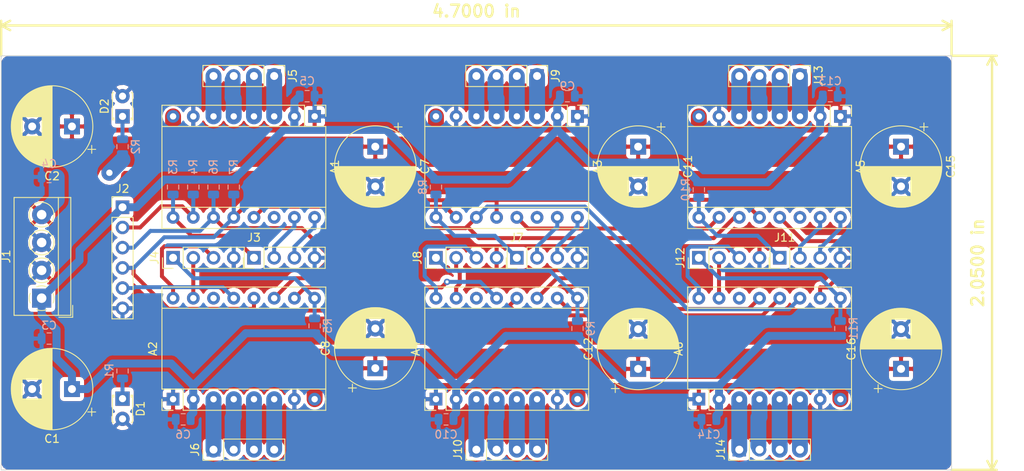
<source format=kicad_pcb>
(kicad_pcb (version 20171130) (host pcbnew "(5.0.1-3-g963ef8bb5)")
  (layers (0 F.Cu signal hide) (31 B.Cu signal hide) (34 B.Paste user hide) (35 F.Paste user hide) (36 B.SilkS user hide) (37 F.SilkS user) (38 B.Mask user hide) (39 F.Mask user) (44 Edge.Cuts user))
  (net 0 "")
  (net 1 VDD)
  (net 2 GND)
  (net 3 +12V)
  (net 4 "Net-(D2-Pad1)")
  (net 5 "Net-(D1-Pad1)")
  (net 6 "Net-(A4-Pad9)")
  (net 7 "Net-(A4-Pad10)")
  (net 8 "Net-(A4-Pad3)")
  (net 9 /SPI_SCK)
  (net 10 "Net-(A4-Pad4)")
  (net 11 /SPI_CS)
  (net 12 "Net-(A4-Pad5)")
  (net 13 "Net-(A2-Pad10)")
  (net 14 "Net-(A4-Pad6)")
  (net 15 "Net-(A4-Pad14)")
  (net 16 "Net-(A4-Pad15)")
  (net 17 "Net-(A4-Pad16)")
  (net 18 "Net-(A5-Pad16)")
  (net 19 "Net-(A5-Pad15)")
  (net 20 "Net-(A5-Pad14)")
  (net 21 "Net-(A5-Pad6)")
  (net 22 "Net-(A5-Pad13)")
  (net 23 "Net-(A5-Pad5)")
  (net 24 "Net-(A5-Pad4)")
  (net 25 "Net-(A5-Pad3)")
  (net 26 "Net-(A3-Pad13)")
  (net 27 "Net-(A5-Pad9)")
  (net 28 "Net-(A6-Pad9)")
  (net 29 "Net-(A6-Pad3)")
  (net 30 "Net-(A6-Pad4)")
  (net 31 "Net-(A6-Pad5)")
  (net 32 "Net-(A6-Pad6)")
  (net 33 "Net-(A6-Pad14)")
  (net 34 "Net-(A6-Pad15)")
  (net 35 "Net-(A6-Pad16)")
  (net 36 "Net-(A2-Pad16)")
  (net 37 "Net-(A2-Pad15)")
  (net 38 "Net-(A2-Pad14)")
  (net 39 "Net-(A2-Pad6)")
  (net 40 "Net-(A2-Pad13)")
  (net 41 "Net-(A2-Pad5)")
  (net 42 "Net-(A2-Pad4)")
  (net 43 "Net-(A2-Pad3)")
  (net 44 "Net-(A2-Pad9)")
  (net 45 "Net-(A3-Pad9)")
  (net 46 "Net-(A1-Pad13)")
  (net 47 "Net-(A3-Pad3)")
  (net 48 "Net-(A3-Pad4)")
  (net 49 "Net-(A3-Pad5)")
  (net 50 "Net-(A3-Pad6)")
  (net 51 "Net-(A3-Pad14)")
  (net 52 "Net-(A3-Pad15)")
  (net 53 "Net-(A3-Pad16)")
  (net 54 "Net-(A1-Pad16)")
  (net 55 "Net-(A1-Pad15)")
  (net 56 "Net-(A1-Pad14)")
  (net 57 "Net-(A1-Pad6)")
  (net 58 "Net-(A1-Pad5)")
  (net 59 "Net-(A1-Pad4)")
  (net 60 "Net-(A1-Pad3)")
  (net 61 "Net-(A1-Pad10)")
  (net 62 "Net-(A1-Pad9)")
  (module Resistor_SMD:R_0805_2012Metric (layer B.Cu) (at 57.15 41.91 270)
    (fp_text reference R3 (at -2.54 0 270) (layer B.SilkS) (effects (justify mirror)))
    (fp_text value R)
    (pad 1 smd roundrect (at -0.9375 0 270) (size 0.975 1.4) (layers B.Cu B.Paste B.Mask) (net 1 VDD))
    (pad 2 smd roundrect (at 0.9375 0 270) (size 0.975 1.4) (layers B.Cu B.Paste B.Mask) (net 62 "Net-(A1-Pad9)"))
  )
  (module Resistor_SMD:R_0805_2012Metric (layer B.Cu) (at 59.69 41.91 90)
    (fp_text reference R4 (at 2.54 0 90) (layer B.SilkS) (effects (justify mirror)))
    (fp_text value R)
    (pad 2 smd roundrect (at 0.9375 0 90) (size 0.975 1.4) (layers B.Cu B.Paste B.Mask) (net 1 VDD))
    (pad 1 smd roundrect (at -0.9375 0 90) (size 0.975 1.4) (layers B.Cu B.Paste B.Mask) (net 61 "Net-(A1-Pad10)"))
  )
  (module Resistor_SMD:R_0805_2012Metric (layer B.Cu) (at 74.93 59.3575 90)
    (fp_text reference R5 (at 0 1.65 90) (layer B.SilkS) (effects (justify mirror)))
    (fp_text value R)
    (pad 1 smd roundrect (at -0.9375 0 90) (size 0.975 1.4) (layers B.Cu B.Paste B.Mask) (net 1 VDD))
    (pad 2 smd roundrect (at 0.9375 0 90) (size 0.975 1.4) (layers B.Cu B.Paste B.Mask) (net 44 "Net-(A2-Pad9)"))
  )
  (module Resistor_SMD:R_0805_2012Metric (layer B.Cu) (at 62.23 41.91 90)
    (fp_text reference R6 (at 2.54 0 90) (layer B.SilkS) (effects (justify mirror)))
    (fp_text value R)
    (pad 2 smd roundrect (at 0.9375 0 90) (size 0.975 1.4) (layers B.Cu B.Paste B.Mask) (net 1 VDD))
    (pad 1 smd roundrect (at -0.9375 0 90) (size 0.975 1.4) (layers B.Cu B.Paste B.Mask) (net 9 /SPI_SCK))
  )
  (module Resistor_SMD:R_0805_2012Metric (layer B.Cu) (at 64.77 41.91 90)
    (fp_text reference R7 (at 2.54 0 90) (layer B.SilkS) (effects (justify mirror)))
    (fp_text value R)
    (pad 1 smd roundrect (at -0.9375 0 90) (size 0.975 1.4) (layers B.Cu B.Paste B.Mask) (net 11 /SPI_CS))
    (pad 2 smd roundrect (at 0.9375 0 90) (size 0.975 1.4) (layers B.Cu B.Paste B.Mask) (net 1 VDD))
  )
  (module Resistor_SMD:R_0805_2012Metric (layer B.Cu) (at 90.17 41.91 270)
    (fp_text reference R8 (at 0 1.65 270) (layer B.SilkS) (effects (justify mirror)))
    (fp_text value R)
    (pad 2 smd roundrect (at 0.9375 0 270) (size 0.975 1.4) (layers B.Cu B.Paste B.Mask) (net 45 "Net-(A3-Pad9)"))
    (pad 1 smd roundrect (at -0.9375 0 270) (size 0.975 1.4) (layers B.Cu B.Paste B.Mask) (net 1 VDD))
  )
  (module Resistor_SMD:R_0805_2012Metric (layer B.Cu) (at 107.95 59.69 90)
    (fp_text reference R9 (at 0 1.65 90) (layer B.SilkS) (effects (justify mirror)))
    (fp_text value R)
    (pad 1 smd roundrect (at -0.9375 0 90) (size 0.975 1.4) (layers B.Cu B.Paste B.Mask) (net 1 VDD))
    (pad 2 smd roundrect (at 0.9375 0 90) (size 0.975 1.4) (layers B.Cu B.Paste B.Mask) (net 6 "Net-(A4-Pad9)"))
  )
  (module Resistor_SMD:R_0805_2012Metric (layer B.Cu) (at 123.19 42.2425 270)
    (fp_text reference R10 (at 0 1.65 270) (layer B.SilkS) (effects (justify mirror)))
    (fp_text value R)
    (pad 2 smd roundrect (at 0.9375 0 270) (size 0.975 1.4) (layers B.Cu B.Paste B.Mask) (net 27 "Net-(A5-Pad9)"))
    (pad 1 smd roundrect (at -0.9375 0 270) (size 0.975 1.4) (layers B.Cu B.Paste B.Mask) (net 1 VDD))
  )
  (module Resistor_SMD:R_0805_2012Metric (layer B.Cu) (at 140.97 59.69 90)
    (fp_text reference R11 (at 0 1.65 90) (layer B.SilkS) (effects (justify mirror)))
    (fp_text value R)
    (pad 1 smd roundrect (at -0.9375 0 90) (size 0.975 1.4) (layers B.Cu B.Paste B.Mask) (net 1 VDD))
    (pad 2 smd roundrect (at 0.9375 0 90) (size 0.975 1.4) (layers B.Cu B.Paste B.Mask) (net 28 "Net-(A6-Pad9)"))
  )
  (module Module:Pololu_Breakout-16_15.2x20.3mm (layer F.Cu) (at 57.15 68.58 90)
    (fp_text reference A2 (at 6.35 -2.54 90) (layer F.SilkS))
    (fp_text value TMC2130_Breakout)
    (pad 16 thru_hole oval (at 12.7 0 90) (size 1.6 1.6) (drill 0.8) (layers *.Cu *.Mask) (net 36 "Net-(A2-Pad16)"))
    (pad 8 thru_hole oval (at 0 17.78 90) (size 1.6 1.6) (drill 0.8) (layers *.Cu *.Mask) (net 3 +12V))
    (pad 15 thru_hole oval (at 12.7 2.54 90) (size 1.6 1.6) (drill 0.8) (layers *.Cu *.Mask) (net 37 "Net-(A2-Pad15)"))
    (pad 7 thru_hole oval (at 0 15.24 90) (size 1.6 1.6) (drill 0.8) (layers *.Cu *.Mask) (net 2 GND))
    (pad 14 thru_hole oval (at 12.7 5.08 90) (size 1.6 1.6) (drill 0.8) (layers *.Cu *.Mask) (net 38 "Net-(A2-Pad14)"))
    (pad 6 thru_hole oval (at 0 12.7 90) (size 1.6 1.6) (drill 0.8) (layers *.Cu *.Mask) (net 39 "Net-(A2-Pad6)"))
    (pad 13 thru_hole oval (at 12.7 7.62 90) (size 1.6 1.6) (drill 0.8) (layers *.Cu *.Mask) (net 40 "Net-(A2-Pad13)"))
    (pad 5 thru_hole oval (at 0 10.16 90) (size 1.6 1.6) (drill 0.8) (layers *.Cu *.Mask) (net 41 "Net-(A2-Pad5)"))
    (pad 12 thru_hole oval (at 12.7 10.16 90) (size 1.6 1.6) (drill 0.8) (layers *.Cu *.Mask) (net 11 /SPI_CS))
    (pad 4 thru_hole oval (at 0 7.62 90) (size 1.6 1.6) (drill 0.8) (layers *.Cu *.Mask) (net 42 "Net-(A2-Pad4)"))
    (pad 11 thru_hole oval (at 12.7 12.7 90) (size 1.6 1.6) (drill 0.8) (layers *.Cu *.Mask) (net 9 /SPI_SCK))
    (pad 3 thru_hole oval (at 0 5.08 90) (size 1.6 1.6) (drill 0.8) (layers *.Cu *.Mask) (net 43 "Net-(A2-Pad3)"))
    (pad 10 thru_hole oval (at 12.7 15.24 90) (size 1.6 1.6) (drill 0.8) (layers *.Cu *.Mask) (net 13 "Net-(A2-Pad10)"))
    (pad 2 thru_hole oval (at 0 2.54 90) (size 1.6 1.6) (drill 0.8) (layers *.Cu *.Mask) (net 1 VDD))
    (pad 9 thru_hole oval (at 12.7 17.78 90) (size 1.6 1.6) (drill 0.8) (layers *.Cu *.Mask) (net 44 "Net-(A2-Pad9)"))
    (pad 1 thru_hole rect (at 0 0 90) (size 1.6 1.6) (drill 0.8) (layers *.Cu *.Mask) (net 2 GND))
  )
  (module Module:Pololu_Breakout-16_15.2x20.3mm (layer F.Cu) (at 107.95 33.02 270)
    (fp_text reference A3 (at 6.35 -2.54 270) (layer F.SilkS))
    (fp_text value TMC2130_Breakout)
    (pad 1 thru_hole rect (at 0 0 270) (size 1.6 1.6) (drill 0.8) (layers *.Cu *.Mask) (net 2 GND))
    (pad 9 thru_hole oval (at 12.7 17.78 270) (size 1.6 1.6) (drill 0.8) (layers *.Cu *.Mask) (net 45 "Net-(A3-Pad9)"))
    (pad 2 thru_hole oval (at 0 2.54 270) (size 1.6 1.6) (drill 0.8) (layers *.Cu *.Mask) (net 1 VDD))
    (pad 10 thru_hole oval (at 12.7 15.24 270) (size 1.6 1.6) (drill 0.8) (layers *.Cu *.Mask) (net 46 "Net-(A1-Pad13)"))
    (pad 3 thru_hole oval (at 0 5.08 270) (size 1.6 1.6) (drill 0.8) (layers *.Cu *.Mask) (net 47 "Net-(A3-Pad3)"))
    (pad 11 thru_hole oval (at 12.7 12.7 270) (size 1.6 1.6) (drill 0.8) (layers *.Cu *.Mask) (net 9 /SPI_SCK))
    (pad 4 thru_hole oval (at 0 7.62 270) (size 1.6 1.6) (drill 0.8) (layers *.Cu *.Mask) (net 48 "Net-(A3-Pad4)"))
    (pad 12 thru_hole oval (at 12.7 10.16 270) (size 1.6 1.6) (drill 0.8) (layers *.Cu *.Mask) (net 11 /SPI_CS))
    (pad 5 thru_hole oval (at 0 10.16 270) (size 1.6 1.6) (drill 0.8) (layers *.Cu *.Mask) (net 49 "Net-(A3-Pad5)"))
    (pad 13 thru_hole oval (at 12.7 7.62 270) (size 1.6 1.6) (drill 0.8) (layers *.Cu *.Mask) (net 26 "Net-(A3-Pad13)"))
    (pad 6 thru_hole oval (at 0 12.7 270) (size 1.6 1.6) (drill 0.8) (layers *.Cu *.Mask) (net 50 "Net-(A3-Pad6)"))
    (pad 14 thru_hole oval (at 12.7 5.08 270) (size 1.6 1.6) (drill 0.8) (layers *.Cu *.Mask) (net 51 "Net-(A3-Pad14)"))
    (pad 7 thru_hole oval (at 0 15.24 270) (size 1.6 1.6) (drill 0.8) (layers *.Cu *.Mask) (net 2 GND))
    (pad 15 thru_hole oval (at 12.7 2.54 270) (size 1.6 1.6) (drill 0.8) (layers *.Cu *.Mask) (net 52 "Net-(A3-Pad15)"))
    (pad 8 thru_hole oval (at 0 17.78 270) (size 1.6 1.6) (drill 0.8) (layers *.Cu *.Mask) (net 3 +12V))
    (pad 16 thru_hole oval (at 12.7 0 270) (size 1.6 1.6) (drill 0.8) (layers *.Cu *.Mask) (net 53 "Net-(A3-Pad16)"))
  )
  (module Capacitor_SMD:C_0805_2012Metric (layer B.Cu) (at 41.5775 40.64 180)
    (fp_text reference C4 (at 0 1.65 180) (layer B.SilkS) (effects (justify mirror)))
    (fp_text value C)
    (pad 2 smd roundrect (at 0.9375 0 180) (size 0.975 1.4) (layers B.Cu B.Paste B.Mask) (net 2 GND))
    (pad 1 smd roundrect (at -0.9375 0 180) (size 0.975 1.4) (layers B.Cu B.Paste B.Mask) (net 3 +12V))
  )
  (module Capacitor_SMD:C_0805_2012Metric (layer B.Cu) (at 41.5775 60.96 180)
    (fp_text reference C3 (at 0 1.65 180) (layer B.SilkS) (effects (justify mirror)))
    (fp_text value C)
    (pad 1 smd roundrect (at -0.9375 0 180) (size 0.975 1.4) (layers B.Cu B.Paste B.Mask) (net 1 VDD))
    (pad 2 smd roundrect (at 0.9375 0 180) (size 0.975 1.4) (layers B.Cu B.Paste B.Mask) (net 2 GND))
  )
  (module Capacitor_SMD:C_0805_2012Metric (layer B.Cu) (at 124.46 71.12 180)
    (fp_text reference C14 (at 0 -1.905 180) (layer B.SilkS) (effects (justify mirror)))
    (fp_text value C)
    (pad 2 smd roundrect (at 0.9375 0 180) (size 0.975 1.4) (layers B.Cu B.Paste B.Mask) (net 2 GND))
    (pad 1 smd roundrect (at -0.9375 0 180) (size 0.975 1.4) (layers B.Cu B.Paste B.Mask) (net 1 VDD))
  )
  (module Capacitor_SMD:C_0805_2012Metric (layer B.Cu) (at 139.7 30.48)
    (fp_text reference C13 (at 0 -1.905) (layer B.SilkS) (effects (justify mirror)))
    (fp_text value C)
    (pad 1 smd roundrect (at -0.9375 0) (size 0.975 1.4) (layers B.Cu B.Paste B.Mask) (net 1 VDD))
    (pad 2 smd roundrect (at 0.9375 0) (size 0.975 1.4) (layers B.Cu B.Paste B.Mask) (net 2 GND))
  )
  (module Capacitor_SMD:C_0805_2012Metric (layer B.Cu) (at 91.44 71.12 180)
    (fp_text reference C10 (at 0 -1.905 180) (layer B.SilkS) (effects (justify mirror)))
    (fp_text value C)
    (pad 2 smd roundrect (at 0.9375 0 180) (size 0.975 1.4) (layers B.Cu B.Paste B.Mask) (net 2 GND))
    (pad 1 smd roundrect (at -0.9375 0 180) (size 0.975 1.4) (layers B.Cu B.Paste B.Mask) (net 1 VDD))
  )
  (module Capacitor_SMD:C_0805_2012Metric (layer B.Cu) (at 106.68 30.48)
    (fp_text reference C9 (at 0 -1.27) (layer B.SilkS) (effects (justify mirror)))
    (fp_text value C)
    (pad 1 smd roundrect (at -0.9375 0) (size 0.975 1.4) (layers B.Cu B.Paste B.Mask) (net 1 VDD))
    (pad 2 smd roundrect (at 0.9375 0) (size 0.975 1.4) (layers B.Cu B.Paste B.Mask) (net 2 GND))
  )
  (module Capacitor_SMD:C_0805_2012Metric (layer B.Cu) (at 58.42 71.12 180)
    (fp_text reference C6 (at 0 -1.905 180) (layer B.SilkS) (effects (justify mirror)))
    (fp_text value C)
    (pad 2 smd roundrect (at 0.9375 0 180) (size 0.975 1.4) (layers B.Cu B.Paste B.Mask) (net 2 GND))
    (pad 1 smd roundrect (at -0.9375 0 180) (size 0.975 1.4) (layers B.Cu B.Paste B.Mask) (net 1 VDD))
  )
  (module Capacitor_SMD:C_0805_2012Metric (layer B.Cu) (at 73.9925 30.48)
    (fp_text reference C5 (at 0 -1.905) (layer B.SilkS) (effects (justify mirror)))
    (fp_text value C)
    (pad 1 smd roundrect (at -0.9375 0) (size 0.975 1.4) (layers B.Cu B.Paste B.Mask) (net 1 VDD))
    (pad 2 smd roundrect (at 0.9375 0) (size 0.975 1.4) (layers B.Cu B.Paste B.Mask) (net 2 GND))
  )
  (module Capacitor_THT:CP_Radial_D10.0mm_P5.00mm (layer F.Cu) (at 148.59 36.83 270)
    (fp_text reference C15 (at 2.5 -6.25 270) (layer F.SilkS))
    (fp_text value CP)
    (pad 2 thru_hole circle (at 5 0 270) (size 2 2) (drill 1) (layers *.Cu *.Mask) (net 2 GND))
    (pad 1 thru_hole rect (at 0 0 270) (size 2 2) (drill 1) (layers *.Cu *.Mask) (net 3 +12V))
  )
  (module Capacitor_THT:CP_Radial_D10.0mm_P5.00mm (layer F.Cu) (at 44.45 67.31 180)
    (fp_text reference C1 (at 2.5 -6.25 180) (layer F.SilkS))
    (fp_text value CP)
    (pad 1 thru_hole rect (at 0 0 180) (size 2 2) (drill 1) (layers *.Cu *.Mask) (net 1 VDD))
    (pad 2 thru_hole circle (at 5 0 180) (size 2 2) (drill 1) (layers *.Cu *.Mask) (net 2 GND))
  )
  (module Capacitor_THT:CP_Radial_D10.0mm_P5.00mm (layer F.Cu) (at 44.45 34.29 180)
    (fp_text reference C2 (at 2.5 -6.25 180) (layer F.SilkS))
    (fp_text value CP)
    (pad 2 thru_hole circle (at 5 0 180) (size 2 2) (drill 1) (layers *.Cu *.Mask) (net 2 GND))
    (pad 1 thru_hole rect (at 0 0 180) (size 2 2) (drill 1) (layers *.Cu *.Mask) (net 3 +12V))
  )
  (module Capacitor_THT:CP_Radial_D10.0mm_P5.00mm (layer F.Cu) (at 148.59 64.77 90)
    (fp_text reference C16 (at 2.5 -6.25 90) (layer F.SilkS))
    (fp_text value CP)
    (pad 1 thru_hole rect (at 0 0 90) (size 2 2) (drill 1) (layers *.Cu *.Mask) (net 3 +12V))
    (pad 2 thru_hole circle (at 5 0 90) (size 2 2) (drill 1) (layers *.Cu *.Mask) (net 2 GND))
  )
  (module Capacitor_THT:CP_Radial_D10.0mm_P5.00mm (layer F.Cu) (at 115.57 64.77 90)
    (fp_text reference C12 (at 2.5 -6.25 90) (layer F.SilkS))
    (fp_text value CP)
    (pad 2 thru_hole circle (at 5 0 90) (size 2 2) (drill 1) (layers *.Cu *.Mask) (net 2 GND))
    (pad 1 thru_hole rect (at 0 0 90) (size 2 2) (drill 1) (layers *.Cu *.Mask) (net 3 +12V))
  )
  (module Capacitor_THT:CP_Radial_D10.0mm_P5.00mm (layer F.Cu) (at 115.57 36.83 270)
    (fp_text reference C11 (at 2.5 -6.25 270) (layer F.SilkS))
    (fp_text value CP)
    (pad 1 thru_hole rect (at 0 0 270) (size 2 2) (drill 1) (layers *.Cu *.Mask) (net 3 +12V))
    (pad 2 thru_hole circle (at 5 0 270) (size 2 2) (drill 1) (layers *.Cu *.Mask) (net 2 GND))
  )
  (module Capacitor_THT:CP_Radial_D10.0mm_P5.00mm (layer F.Cu) (at 82.55 64.69 90)
    (fp_text reference C8 (at 2.5 -6.25 90) (layer F.SilkS))
    (fp_text value CP)
    (pad 2 thru_hole circle (at 5 0 90) (size 2 2) (drill 1) (layers *.Cu *.Mask) (net 2 GND))
    (pad 1 thru_hole rect (at 0 0 90) (size 2 2) (drill 1) (layers *.Cu *.Mask) (net 3 +12V))
  )
  (module Capacitor_THT:CP_Radial_D10.0mm_P5.00mm (layer F.Cu) (at 82.55 36.83 270)
    (fp_text reference C7 (at 2.5 -6.25 270) (layer F.SilkS))
    (fp_text value CP)
    (pad 1 thru_hole rect (at 0 0 270) (size 2 2) (drill 1) (layers *.Cu *.Mask) (net 3 +12V))
    (pad 2 thru_hole circle (at 5 0 270) (size 2 2) (drill 1) (layers *.Cu *.Mask) (net 2 GND))
  )
  (module Connector_PinHeader_2.54mm:PinHeader_1x04_P2.54mm_Vertical (layer F.Cu) (at 128.27 74.93 90)
    (fp_text reference J14 (at 0 -2.33 90) (layer F.SilkS))
    (fp_text value Conn_01x04_Male)
    (pad 4 thru_hole oval (at 0 7.62 90) (size 1.7 1.7) (drill 1) (layers *.Cu *.Mask) (net 32 "Net-(A6-Pad6)"))
    (pad 3 thru_hole oval (at 0 5.08 90) (size 1.7 1.7) (drill 1) (layers *.Cu *.Mask) (net 31 "Net-(A6-Pad5)"))
    (pad 2 thru_hole oval (at 0 2.54 90) (size 1.7 1.7) (drill 1) (layers *.Cu *.Mask) (net 30 "Net-(A6-Pad4)"))
    (pad 1 thru_hole rect (at 0 0 90) (size 1.7 1.7) (drill 1) (layers *.Cu *.Mask) (net 29 "Net-(A6-Pad3)"))
  )
  (module Connector_PinHeader_2.54mm:PinHeader_1x04_P2.54mm_Vertical (layer F.Cu) (at 135.89 27.94 270)
    (fp_text reference J13 (at 0 -2.33 270) (layer F.SilkS))
    (fp_text value Conn_01x04_Male)
    (pad 1 thru_hole rect (at 0 0 270) (size 1.7 1.7) (drill 1) (layers *.Cu *.Mask) (net 25 "Net-(A5-Pad3)"))
    (pad 2 thru_hole oval (at 0 2.54 270) (size 1.7 1.7) (drill 1) (layers *.Cu *.Mask) (net 24 "Net-(A5-Pad4)"))
    (pad 3 thru_hole oval (at 0 5.08 270) (size 1.7 1.7) (drill 1) (layers *.Cu *.Mask) (net 23 "Net-(A5-Pad5)"))
    (pad 4 thru_hole oval (at 0 7.62 270) (size 1.7 1.7) (drill 1) (layers *.Cu *.Mask) (net 21 "Net-(A5-Pad6)"))
  )
  (module Connector_PinHeader_2.54mm:PinHeader_1x04_P2.54mm_Vertical (layer F.Cu) (at 123.19 50.8 90)
    (fp_text reference J12 (at 0 -2.33 90) (layer F.SilkS))
    (fp_text value Conn_01x04_Male)
    (pad 4 thru_hole oval (at 0 7.62 90) (size 1.7 1.7) (drill 1) (layers *.Cu *.Mask) (net 2 GND))
    (pad 3 thru_hole oval (at 0 5.08 90) (size 1.7 1.7) (drill 1) (layers *.Cu *.Mask) (net 35 "Net-(A6-Pad16)"))
    (pad 2 thru_hole oval (at 0 2.54 90) (size 1.7 1.7) (drill 1) (layers *.Cu *.Mask) (net 34 "Net-(A6-Pad15)"))
    (pad 1 thru_hole rect (at 0 0 90) (size 1.7 1.7) (drill 1) (layers *.Cu *.Mask) (net 28 "Net-(A6-Pad9)"))
  )
  (module Connector_PinHeader_2.54mm:PinHeader_1x04_P2.54mm_Vertical (layer F.Cu) (at 133.35 50.8 90)
    (fp_text reference J11 (at 2.54 0.635 180) (layer F.SilkS))
    (fp_text value Conn_01x04_Male)
    (pad 1 thru_hole rect (at 0 0 90) (size 1.7 1.7) (drill 1) (layers *.Cu *.Mask) (net 27 "Net-(A5-Pad9)"))
    (pad 2 thru_hole oval (at 0 2.54 90) (size 1.7 1.7) (drill 1) (layers *.Cu *.Mask) (net 19 "Net-(A5-Pad15)"))
    (pad 3 thru_hole oval (at 0 5.08 90) (size 1.7 1.7) (drill 1) (layers *.Cu *.Mask) (net 18 "Net-(A5-Pad16)"))
    (pad 4 thru_hole oval (at 0 7.62 90) (size 1.7 1.7) (drill 1) (layers *.Cu *.Mask) (net 2 GND))
  )
  (module Connector_PinHeader_2.54mm:PinHeader_1x04_P2.54mm_Vertical (layer F.Cu) (at 95.25 74.93 90)
    (fp_text reference J10 (at 0 -2.33 90) (layer F.SilkS))
    (fp_text value Conn_01x04_Male)
    (pad 4 thru_hole oval (at 0 7.62 90) (size 1.7 1.7) (drill 1) (layers *.Cu *.Mask) (net 14 "Net-(A4-Pad6)"))
    (pad 3 thru_hole oval (at 0 5.08 90) (size 1.7 1.7) (drill 1) (layers *.Cu *.Mask) (net 12 "Net-(A4-Pad5)"))
    (pad 2 thru_hole oval (at 0 2.54 90) (size 1.7 1.7) (drill 1) (layers *.Cu *.Mask) (net 10 "Net-(A4-Pad4)"))
    (pad 1 thru_hole rect (at 0 0 90) (size 1.7 1.7) (drill 1) (layers *.Cu *.Mask) (net 8 "Net-(A4-Pad3)"))
  )
  (module Connector_PinHeader_2.54mm:PinHeader_1x04_P2.54mm_Vertical (layer F.Cu) (at 102.87 27.94 270)
    (fp_text reference J9 (at 0 -2.33 270) (layer F.SilkS))
    (fp_text value Conn_01x04_Male)
    (pad 1 thru_hole rect (at 0 0 270) (size 1.7 1.7) (drill 1) (layers *.Cu *.Mask) (net 47 "Net-(A3-Pad3)"))
    (pad 2 thru_hole oval (at 0 2.54 270) (size 1.7 1.7) (drill 1) (layers *.Cu *.Mask) (net 48 "Net-(A3-Pad4)"))
    (pad 3 thru_hole oval (at 0 5.08 270) (size 1.7 1.7) (drill 1) (layers *.Cu *.Mask) (net 49 "Net-(A3-Pad5)"))
    (pad 4 thru_hole oval (at 0 7.62 270) (size 1.7 1.7) (drill 1) (layers *.Cu *.Mask) (net 50 "Net-(A3-Pad6)"))
  )
  (module Connector_PinHeader_2.54mm:PinHeader_1x04_P2.54mm_Vertical (layer F.Cu) (at 90.17 50.8 90)
    (fp_text reference J8 (at 0 -2.33 90) (layer F.SilkS))
    (fp_text value Conn_01x04_Male)
    (pad 4 thru_hole oval (at 0 7.62 90) (size 1.7 1.7) (drill 1) (layers *.Cu *.Mask) (net 2 GND))
    (pad 3 thru_hole oval (at 0 5.08 90) (size 1.7 1.7) (drill 1) (layers *.Cu *.Mask) (net 17 "Net-(A4-Pad16)"))
    (pad 2 thru_hole oval (at 0 2.54 90) (size 1.7 1.7) (drill 1) (layers *.Cu *.Mask) (net 16 "Net-(A4-Pad15)"))
    (pad 1 thru_hole rect (at 0 0 90) (size 1.7 1.7) (drill 1) (layers *.Cu *.Mask) (net 6 "Net-(A4-Pad9)"))
  )
  (module Connector_PinHeader_2.54mm:PinHeader_1x04_P2.54mm_Vertical (layer F.Cu) (at 100.33 50.8 90)
    (fp_text reference J7 (at 2.54 0 180) (layer F.SilkS))
    (fp_text value Conn_01x04_Male)
    (pad 1 thru_hole rect (at 0 0 90) (size 1.7 1.7) (drill 1) (layers *.Cu *.Mask) (net 45 "Net-(A3-Pad9)"))
    (pad 2 thru_hole oval (at 0 2.54 90) (size 1.7 1.7) (drill 1) (layers *.Cu *.Mask) (net 52 "Net-(A3-Pad15)"))
    (pad 3 thru_hole oval (at 0 5.08 90) (size 1.7 1.7) (drill 1) (layers *.Cu *.Mask) (net 53 "Net-(A3-Pad16)"))
    (pad 4 thru_hole oval (at 0 7.62 90) (size 1.7 1.7) (drill 1) (layers *.Cu *.Mask) (net 2 GND))
  )
  (module Connector_PinHeader_2.54mm:PinHeader_1x04_P2.54mm_Vertical (layer F.Cu) (at 62.23 74.93 90)
    (fp_text reference J6 (at 0 -2.33 90) (layer F.SilkS))
    (fp_text value Conn_01x04_Male)
    (pad 4 thru_hole oval (at 0 7.62 90) (size 1.7 1.7) (drill 1) (layers *.Cu *.Mask) (net 39 "Net-(A2-Pad6)"))
    (pad 3 thru_hole oval (at 0 5.08 90) (size 1.7 1.7) (drill 1) (layers *.Cu *.Mask) (net 41 "Net-(A2-Pad5)"))
    (pad 2 thru_hole oval (at 0 2.54 90) (size 1.7 1.7) (drill 1) (layers *.Cu *.Mask) (net 42 "Net-(A2-Pad4)"))
    (pad 1 thru_hole rect (at 0 0 90) (size 1.7 1.7) (drill 1) (layers *.Cu *.Mask) (net 43 "Net-(A2-Pad3)"))
  )
  (module Connector_PinHeader_2.54mm:PinHeader_1x04_P2.54mm_Vertical (layer F.Cu) (at 69.85 27.94 270)
    (fp_text reference J5 (at 0 -2.33 270) (layer F.SilkS))
    (fp_text value Conn_01x04_Male)
    (pad 1 thru_hole rect (at 0 0 270) (size 1.7 1.7) (drill 1) (layers *.Cu *.Mask) (net 60 "Net-(A1-Pad3)"))
    (pad 2 thru_hole oval (at 0 2.54 270) (size 1.7 1.7) (drill 1) (layers *.Cu *.Mask) (net 59 "Net-(A1-Pad4)"))
    (pad 3 thru_hole oval (at 0 5.08 270) (size 1.7 1.7) (drill 1) (layers *.Cu *.Mask) (net 58 "Net-(A1-Pad5)"))
    (pad 4 thru_hole oval (at 0 7.62 270) (size 1.7 1.7) (drill 1) (layers *.Cu *.Mask) (net 57 "Net-(A1-Pad6)"))
  )
  (module Connector_PinHeader_2.54mm:PinHeader_1x04_P2.54mm_Vertical (layer F.Cu) (at 57.15 50.8 90)
    (fp_text reference J4 (at 0 -2.33 90) (layer F.SilkS))
    (fp_text value Conn_01x04_Male)
    (pad 4 thru_hole oval (at 0 7.62 90) (size 1.7 1.7) (drill 1) (layers *.Cu *.Mask) (net 2 GND))
    (pad 3 thru_hole oval (at 0 5.08 90) (size 1.7 1.7) (drill 1) (layers *.Cu *.Mask) (net 36 "Net-(A2-Pad16)"))
    (pad 2 thru_hole oval (at 0 2.54 90) (size 1.7 1.7) (drill 1) (layers *.Cu *.Mask) (net 37 "Net-(A2-Pad15)"))
    (pad 1 thru_hole rect (at 0 0 90) (size 1.7 1.7) (drill 1) (layers *.Cu *.Mask) (net 44 "Net-(A2-Pad9)"))
  )
  (module Connector_PinHeader_2.54mm:PinHeader_1x04_P2.54mm_Vertical (layer F.Cu) (at 67.31 50.8 90)
    (fp_text reference J3 (at 2.54 0 180) (layer F.SilkS))
    (fp_text value Conn_01x04_Male)
    (pad 1 thru_hole rect (at 0 0 90) (size 1.7 1.7) (drill 1) (layers *.Cu *.Mask) (net 62 "Net-(A1-Pad9)"))
    (pad 2 thru_hole oval (at 0 2.54 90) (size 1.7 1.7) (drill 1) (layers *.Cu *.Mask) (net 55 "Net-(A1-Pad15)"))
    (pad 3 thru_hole oval (at 0 5.08 90) (size 1.7 1.7) (drill 1) (layers *.Cu *.Mask) (net 54 "Net-(A1-Pad16)"))
    (pad 4 thru_hole oval (at 0 7.62 90) (size 1.7 1.7) (drill 1) (layers *.Cu *.Mask) (net 2 GND))
  )
  (module Connector_PinHeader_2.54mm:PinHeader_1x06_P2.54mm_Vertical (layer F.Cu) (at 50.8 44.45)
    (fp_text reference J2 (at 0 -2.33) (layer F.SilkS))
    (fp_text value Conn_01x06_Male)
    (pad 1 thru_hole rect (at 0 0) (size 1.7 1.7) (drill 1) (layers *.Cu *.Mask) (net 1 VDD))
    (pad 2 thru_hole oval (at 0 2.54) (size 1.7 1.7) (drill 1) (layers *.Cu *.Mask) (net 61 "Net-(A1-Pad10)"))
    (pad 3 thru_hole oval (at 0 5.08) (size 1.7 1.7) (drill 1) (layers *.Cu *.Mask) (net 9 /SPI_SCK))
    (pad 4 thru_hole oval (at 0 7.62) (size 1.7 1.7) (drill 1) (layers *.Cu *.Mask) (net 11 /SPI_CS))
    (pad 5 thru_hole oval (at 0 10.16) (size 1.7 1.7) (drill 1) (layers *.Cu *.Mask) (net 40 "Net-(A2-Pad13)"))
    (pad 6 thru_hole oval (at 0 12.7) (size 1.7 1.7) (drill 1) (layers *.Cu *.Mask) (net 2 GND))
  )
  (module LED_THT:LED_D1.8mm_W3.3mm_H2.4mm (layer F.Cu) (at 50.8 33.02 90)
    (fp_text reference D2 (at 1.27 -2.26 90) (layer F.SilkS))
    (fp_text value LED)
    (pad 2 thru_hole circle (at 2.54 0 90) (size 1.8 1.8) (drill 0.9) (layers *.Cu *.Mask) (net 2 GND))
    (pad 1 thru_hole rect (at 0 0 90) (size 1.8 1.8) (drill 0.9) (layers *.Cu *.Mask) (net 4 "Net-(D2-Pad1)"))
  )
  (module LED_THT:LED_D1.8mm_W3.3mm_H2.4mm (layer F.Cu) (at 50.8 68.5137 270)
    (fp_text reference D1 (at 1.27 -2.26 270) (layer F.SilkS))
    (fp_text value LED)
    (pad 1 thru_hole rect (at 0 0 270) (size 1.8 1.8) (drill 0.9) (layers *.Cu *.Mask) (net 5 "Net-(D1-Pad1)"))
    (pad 2 thru_hole circle (at 2.54 0 270) (size 1.8 1.8) (drill 0.9) (layers *.Cu *.Mask) (net 2 GND))
  )
  (module Module:Pololu_Breakout-16_15.2x20.3mm (layer F.Cu) (at 74.93 33.02 270)
    (fp_text reference A1 (at 6.35 -2.54 270) (layer F.SilkS))
    (fp_text value TMC2130_Breakout)
    (pad 16 thru_hole oval (at 12.7 0 270) (size 1.6 1.6) (drill 0.8) (layers *.Cu *.Mask) (net 54 "Net-(A1-Pad16)"))
    (pad 8 thru_hole oval (at 0 17.78 270) (size 1.6 1.6) (drill 0.8) (layers *.Cu *.Mask) (net 3 +12V))
    (pad 15 thru_hole oval (at 12.7 2.54 270) (size 1.6 1.6) (drill 0.8) (layers *.Cu *.Mask) (net 55 "Net-(A1-Pad15)"))
    (pad 7 thru_hole oval (at 0 15.24 270) (size 1.6 1.6) (drill 0.8) (layers *.Cu *.Mask) (net 2 GND))
    (pad 14 thru_hole oval (at 12.7 5.08 270) (size 1.6 1.6) (drill 0.8) (layers *.Cu *.Mask) (net 56 "Net-(A1-Pad14)"))
    (pad 6 thru_hole oval (at 0 12.7 270) (size 1.6 1.6) (drill 0.8) (layers *.Cu *.Mask) (net 57 "Net-(A1-Pad6)"))
    (pad 13 thru_hole oval (at 12.7 7.62 270) (size 1.6 1.6) (drill 0.8) (layers *.Cu *.Mask) (net 46 "Net-(A1-Pad13)"))
    (pad 5 thru_hole oval (at 0 10.16 270) (size 1.6 1.6) (drill 0.8) (layers *.Cu *.Mask) (net 58 "Net-(A1-Pad5)"))
    (pad 12 thru_hole oval (at 12.7 10.16 270) (size 1.6 1.6) (drill 0.8) (layers *.Cu *.Mask) (net 11 /SPI_CS))
    (pad 4 thru_hole oval (at 0 7.62 270) (size 1.6 1.6) (drill 0.8) (layers *.Cu *.Mask) (net 59 "Net-(A1-Pad4)"))
    (pad 11 thru_hole oval (at 12.7 12.7 270) (size 1.6 1.6) (drill 0.8) (layers *.Cu *.Mask) (net 9 /SPI_SCK))
    (pad 3 thru_hole oval (at 0 5.08 270) (size 1.6 1.6) (drill 0.8) (layers *.Cu *.Mask) (net 60 "Net-(A1-Pad3)"))
    (pad 10 thru_hole oval (at 12.7 15.24 270) (size 1.6 1.6) (drill 0.8) (layers *.Cu *.Mask) (net 61 "Net-(A1-Pad10)"))
    (pad 2 thru_hole oval (at 0 2.54 270) (size 1.6 1.6) (drill 0.8) (layers *.Cu *.Mask) (net 1 VDD))
    (pad 9 thru_hole oval (at 12.7 17.78 270) (size 1.6 1.6) (drill 0.8) (layers *.Cu *.Mask) (net 62 "Net-(A1-Pad9)"))
    (pad 1 thru_hole rect (at 0 0 270) (size 1.6 1.6) (drill 0.8) (layers *.Cu *.Mask) (net 2 GND))
  )
  (module Module:Pololu_Breakout-16_15.2x20.3mm (layer F.Cu) (at 123.19 68.58 90)
    (fp_text reference A6 (at 6.35 -2.54 90) (layer F.SilkS))
    (fp_text value TMC2130_Breakout)
    (pad 1 thru_hole rect (at 0 0 90) (size 1.6 1.6) (drill 0.8) (layers *.Cu *.Mask) (net 2 GND))
    (pad 9 thru_hole oval (at 12.7 17.78 90) (size 1.6 1.6) (drill 0.8) (layers *.Cu *.Mask) (net 28 "Net-(A6-Pad9)"))
    (pad 2 thru_hole oval (at 0 2.54 90) (size 1.6 1.6) (drill 0.8) (layers *.Cu *.Mask) (net 1 VDD))
    (pad 10 thru_hole oval (at 12.7 15.24 90) (size 1.6 1.6) (drill 0.8) (layers *.Cu *.Mask) (net 22 "Net-(A5-Pad13)"))
    (pad 3 thru_hole oval (at 0 5.08 90) (size 1.6 1.6) (drill 0.8) (layers *.Cu *.Mask) (net 29 "Net-(A6-Pad3)"))
    (pad 11 thru_hole oval (at 12.7 12.7 90) (size 1.6 1.6) (drill 0.8) (layers *.Cu *.Mask) (net 9 /SPI_SCK))
    (pad 4 thru_hole oval (at 0 7.62 90) (size 1.6 1.6) (drill 0.8) (layers *.Cu *.Mask) (net 30 "Net-(A6-Pad4)"))
    (pad 12 thru_hole oval (at 12.7 10.16 90) (size 1.6 1.6) (drill 0.8) (layers *.Cu *.Mask) (net 11 /SPI_CS))
    (pad 5 thru_hole oval (at 0 10.16 90) (size 1.6 1.6) (drill 0.8) (layers *.Cu *.Mask) (net 31 "Net-(A6-Pad5)"))
    (pad 13 thru_hole oval (at 12.7 7.62 90) (size 1.6 1.6) (drill 0.8) (layers *.Cu *.Mask) (net 7 "Net-(A4-Pad10)"))
    (pad 6 thru_hole oval (at 0 12.7 90) (size 1.6 1.6) (drill 0.8) (layers *.Cu *.Mask) (net 32 "Net-(A6-Pad6)"))
    (pad 14 thru_hole oval (at 12.7 5.08 90) (size 1.6 1.6) (drill 0.8) (layers *.Cu *.Mask) (net 33 "Net-(A6-Pad14)"))
    (pad 7 thru_hole oval (at 0 15.24 90) (size 1.6 1.6) (drill 0.8) (layers *.Cu *.Mask) (net 2 GND))
    (pad 15 thru_hole oval (at 12.7 2.54 90) (size 1.6 1.6) (drill 0.8) (layers *.Cu *.Mask) (net 34 "Net-(A6-Pad15)"))
    (pad 8 thru_hole oval (at 0 17.78 90) (size 1.6 1.6) (drill 0.8) (layers *.Cu *.Mask) (net 3 +12V))
    (pad 16 thru_hole oval (at 12.7 0 90) (size 1.6 1.6) (drill 0.8) (layers *.Cu *.Mask) (net 35 "Net-(A6-Pad16)"))
  )
  (module Module:Pololu_Breakout-16_15.2x20.3mm (layer F.Cu) (at 140.97 33.02 270)
    (fp_text reference A5 (at 6.35 -2.54 270) (layer F.SilkS))
    (fp_text value TMC2130_Breakout)
    (pad 16 thru_hole oval (at 12.7 0 270) (size 1.6 1.6) (drill 0.8) (layers *.Cu *.Mask) (net 18 "Net-(A5-Pad16)"))
    (pad 8 thru_hole oval (at 0 17.78 270) (size 1.6 1.6) (drill 0.8) (layers *.Cu *.Mask) (net 3 +12V))
    (pad 15 thru_hole oval (at 12.7 2.54 270) (size 1.6 1.6) (drill 0.8) (layers *.Cu *.Mask) (net 19 "Net-(A5-Pad15)"))
    (pad 7 thru_hole oval (at 0 15.24 270) (size 1.6 1.6) (drill 0.8) (layers *.Cu *.Mask) (net 2 GND))
    (pad 14 thru_hole oval (at 12.7 5.08 270) (size 1.6 1.6) (drill 0.8) (layers *.Cu *.Mask) (net 20 "Net-(A5-Pad14)"))
    (pad 6 thru_hole oval (at 0 12.7 270) (size 1.6 1.6) (drill 0.8) (layers *.Cu *.Mask) (net 21 "Net-(A5-Pad6)"))
    (pad 13 thru_hole oval (at 12.7 7.62 270) (size 1.6 1.6) (drill 0.8) (layers *.Cu *.Mask) (net 22 "Net-(A5-Pad13)"))
    (pad 5 thru_hole oval (at 0 10.16 270) (size 1.6 1.6) (drill 0.8) (layers *.Cu *.Mask) (net 23 "Net-(A5-Pad5)"))
    (pad 12 thru_hole oval (at 12.7 10.16 270) (size 1.6 1.6) (drill 0.8) (layers *.Cu *.Mask) (net 11 /SPI_CS))
    (pad 4 thru_hole oval (at 0 7.62 270) (size 1.6 1.6) (drill 0.8) (layers *.Cu *.Mask) (net 24 "Net-(A5-Pad4)"))
    (pad 11 thru_hole oval (at 12.7 12.7 270) (size 1.6 1.6) (drill 0.8) (layers *.Cu *.Mask) (net 9 /SPI_SCK))
    (pad 3 thru_hole oval (at 0 5.08 270) (size 1.6 1.6) (drill 0.8) (layers *.Cu *.Mask) (net 25 "Net-(A5-Pad3)"))
    (pad 10 thru_hole oval (at 12.7 15.24 270) (size 1.6 1.6) (drill 0.8) (layers *.Cu *.Mask) (net 26 "Net-(A3-Pad13)"))
    (pad 2 thru_hole oval (at 0 2.54 270) (size 1.6 1.6) (drill 0.8) (layers *.Cu *.Mask) (net 1 VDD))
    (pad 9 thru_hole oval (at 12.7 17.78 270) (size 1.6 1.6) (drill 0.8) (layers *.Cu *.Mask) (net 27 "Net-(A5-Pad9)"))
    (pad 1 thru_hole rect (at 0 0 270) (size 1.6 1.6) (drill 0.8) (layers *.Cu *.Mask) (net 2 GND))
  )
  (module Module:Pololu_Breakout-16_15.2x20.3mm (layer F.Cu) (at 90.17 68.58 90)
    (fp_text reference A4 (at 6.35 -2.54 90) (layer F.SilkS))
    (fp_text value TMC2130_Breakout)
    (pad 1 thru_hole rect (at 0 0 90) (size 1.6 1.6) (drill 0.8) (layers *.Cu *.Mask) (net 2 GND))
    (pad 9 thru_hole oval (at 12.7 17.78 90) (size 1.6 1.6) (drill 0.8) (layers *.Cu *.Mask) (net 6 "Net-(A4-Pad9)"))
    (pad 2 thru_hole oval (at 0 2.54 90) (size 1.6 1.6) (drill 0.8) (layers *.Cu *.Mask) (net 1 VDD))
    (pad 10 thru_hole oval (at 12.7 15.24 90) (size 1.6 1.6) (drill 0.8) (layers *.Cu *.Mask) (net 7 "Net-(A4-Pad10)"))
    (pad 3 thru_hole oval (at 0 5.08 90) (size 1.6 1.6) (drill 0.8) (layers *.Cu *.Mask) (net 8 "Net-(A4-Pad3)"))
    (pad 11 thru_hole oval (at 12.7 12.7 90) (size 1.6 1.6) (drill 0.8) (layers *.Cu *.Mask) (net 9 /SPI_SCK))
    (pad 4 thru_hole oval (at 0 7.62 90) (size 1.6 1.6) (drill 0.8) (layers *.Cu *.Mask) (net 10 "Net-(A4-Pad4)"))
    (pad 12 thru_hole oval (at 12.7 10.16 90) (size 1.6 1.6) (drill 0.8) (layers *.Cu *.Mask) (net 11 /SPI_CS))
    (pad 5 thru_hole oval (at 0 10.16 90) (size 1.6 1.6) (drill 0.8) (layers *.Cu *.Mask) (net 12 "Net-(A4-Pad5)"))
    (pad 13 thru_hole oval (at 12.7 7.62 90) (size 1.6 1.6) (drill 0.8) (layers *.Cu *.Mask) (net 13 "Net-(A2-Pad10)"))
    (pad 6 thru_hole oval (at 0 12.7 90) (size 1.6 1.6) (drill 0.8) (layers *.Cu *.Mask) (net 14 "Net-(A4-Pad6)"))
    (pad 14 thru_hole oval (at 12.7 5.08 90) (size 1.6 1.6) (drill 0.8) (layers *.Cu *.Mask) (net 15 "Net-(A4-Pad14)"))
    (pad 7 thru_hole oval (at 0 15.24 90) (size 1.6 1.6) (drill 0.8) (layers *.Cu *.Mask) (net 2 GND))
    (pad 15 thru_hole oval (at 12.7 2.54 90) (size 1.6 1.6) (drill 0.8) (layers *.Cu *.Mask) (net 16 "Net-(A4-Pad15)"))
    (pad 8 thru_hole oval (at 0 17.78 90) (size 1.6 1.6) (drill 0.8) (layers *.Cu *.Mask) (net 3 +12V))
    (pad 16 thru_hole oval (at 12.7 0 90) (size 1.6 1.6) (drill 0.8) (layers *.Cu *.Mask) (net 17 "Net-(A4-Pad16)"))
  )
  (module Resistor_SMD:R_0805_2012Metric (layer B.Cu) (at 50.8 65.0362 270)
    (fp_text reference R1 (at 0 1.65 270) (layer B.SilkS) (effects (justify mirror)))
    (fp_text value R)
    (pad 2 smd roundrect (at 0.9375 0 270) (size 0.975 1.4) (layers B.Cu B.Paste B.Mask) (net 5 "Net-(D1-Pad1)"))
    (pad 1 smd roundrect (at -0.9375 0 270) (size 0.975 1.4) (layers B.Cu B.Paste B.Mask) (net 1 VDD))
  )
  (module Resistor_SMD:R_0805_2012Metric (layer B.Cu) (at 50.8 36.83 90)
    (fp_text reference R2 (at 0 1.65 90) (layer B.SilkS) (effects (justify mirror)))
    (fp_text value R)
    (pad 1 smd roundrect (at -0.9375 0 90) (size 0.975 1.4) (layers B.Cu B.Paste B.Mask) (net 3 +12V))
    (pad 2 smd roundrect (at 0.9375 0 90) (size 0.975 1.4) (layers B.Cu B.Paste B.Mask) (net 4 "Net-(D2-Pad1)"))
  )
  (module TerminalBlock_4Ucon:TerminalBlock_4Ucon_1x04_P3.50mm_Horizontal (layer F.Cu) (at 40.64 55.88 90)
    (fp_text reference J1 (at 5.25 -4.46 90) (layer F.SilkS))
    (fp_text value Screw_Terminal_01x04)
    (pad 1 thru_hole rect (at 0 0 90) (size 2.4 2.4) (drill 1.2) (layers *.Cu *.Mask) (net 1 VDD))
    (pad 2 thru_hole circle (at 3.5 0 90) (size 2.4 2.4) (drill 1.2) (layers *.Cu *.Mask) (net 2 GND))
    (pad 3 thru_hole circle (at 7 0 90) (size 2.4 2.4) (drill 1.2) (layers *.Cu *.Mask) (net 2 GND))
    (pad 4 thru_hole circle (at 10.5 0 90) (size 2.4 2.4) (drill 1.2) (layers *.Cu *.Mask) (net 3 +12V))
  )
  (gr_line (start 35.56 77.47) (end 35.56 25.4) (layer Edge.Cuts) (width 0.1))
  (gr_line (start 154.94 77.47) (end 35.56 77.47) (layer Edge.Cuts) (width 0.1))
  (gr_line (start 154.94 25.4) (end 154.94 77.47) (layer Edge.Cuts) (width 0.1))
  (gr_line (start 35.56 25.4) (end 154.94 25.4) (layer Edge.Cuts) (width 0.1))
  (dimension 52.07 (width 0.3) (layer F.SilkS) (gr_text "52.070 мм" (at 162.119999 51.435 270) (layer F.SilkS) (effects (font (size 1.5 1.5) (thickness 0.3)))) (feature1 (pts (xy 154.94 77.47) (xy 160.60642 77.47))) (feature2 (pts (xy 154.94 25.4) (xy 160.60642 25.4))) (crossbar (pts (xy 160.019999 25.4) (xy 160.019999 77.47))) (arrow1a (pts (xy 160.019999 77.47) (xy 159.433578 76.343496))) (arrow1b (pts (xy 160.019999 77.47) (xy 160.60642 76.343496))) (arrow2a (pts (xy 160.019999 25.4) (xy 159.433578 26.526504))) (arrow2b (pts (xy 160.019999 25.4) (xy 160.60642 26.526504))))
  (dimension 119.38 (width 0.3) (layer F.SilkS) (gr_text "119.380 мм" (at 95.25 19.490001) (layer F.SilkS) (effects (font (size 1.5 1.5) (thickness 0.3)))) (feature1 (pts (xy 154.94 25.4) (xy 154.94 21.00358))) (feature2 (pts (xy 35.56 25.4) (xy 35.56 21.00358))) (crossbar (pts (xy 35.56 21.590001) (xy 154.94 21.590001))) (arrow1a (pts (xy 154.94 21.590001) (xy 153.813496 22.176422))) (arrow1b (pts (xy 154.94 21.590001) (xy 153.813496 21.00358))) (arrow2a (pts (xy 35.56 21.590001) (xy 36.686504 22.176422))) (arrow2b (pts (xy 35.56 21.590001) (xy 36.686504 21.00358))))
  (segment (start 138.762 30.6702) (end 138.7625 30.6697) (width 1) (layer B.Cu) (net 1))
  (segment (start 138.7625 30.6697) (end 138.7625 30.48) (width 1) (layer B.Cu) (net 1))
  (segment (start 138.762 30.6702) (end 138.762 30.6068) (width 1) (layer B.Cu) (net 1))
  (segment (start 138.762 30.7336) (end 138.762 30.6702) (width 1) (layer B.Cu) (net 1))
  (segment (start 105.742 30.6702) (end 105.7425 30.6697) (width 1) (layer B.Cu) (net 1))
  (segment (start 105.7425 30.6697) (end 105.7425 30.48) (width 1) (layer B.Cu) (net 1))
  (segment (start 105.742 30.6702) (end 105.742 30.6068) (width 1) (layer B.Cu) (net 1))
  (segment (start 105.742 30.7336) (end 105.742 30.6702) (width 1) (layer B.Cu) (net 1))
  (segment (start 125.398 70.9298) (end 125.3975 70.9303) (width 1) (layer B.Cu) (net 1))
  (segment (start 125.3975 70.9303) (end 125.3975 71.12) (width 1) (layer B.Cu) (net 1))
  (segment (start 125.398 70.9298) (end 125.398 70.9932) (width 1) (layer B.Cu) (net 1))
  (segment (start 125.398 70.8664) (end 125.398 70.9298) (width 1) (layer B.Cu) (net 1))
  (segment (start 50.8 64.0987) (end 49.5616 64.0987) (width 1) (layer B.Cu) (net 1))
  (segment (start 49.5616 64.0987) (end 46.3503 67.31) (width 1) (layer B.Cu) (net 1))
  (segment (start 46.3503 67.31) (end 44.45 67.31) (width 1) (layer B.Cu) (net 1))
  (segment (start 59.69 66.8797) (end 56.909 64.0987) (width 1) (layer B.Cu) (net 1))
  (segment (start 56.909 64.0987) (end 50.8 64.0987) (width 1) (layer B.Cu) (net 1))
  (segment (start 59.69 40.9725) (end 57.15 40.9725) (width 1) (layer B.Cu) (net 1))
  (segment (start 62.23 40.9725) (end 59.69 40.9725) (width 1) (layer B.Cu) (net 1))
  (segment (start 125.398 70.7396) (end 125.398 70.8664) (width 1) (layer B.Cu) (net 1))
  (segment (start 125.73 68.58) (end 125.73 70.2803) (width 1) (layer B.Cu) (net 1))
  (segment (start 125.73 70.2803) (end 125.398 70.6128) (width 1) (layer B.Cu) (net 1))
  (segment (start 125.398 70.6128) (end 125.398 70.7396) (width 1) (layer B.Cu) (net 1))
  (segment (start 105.742 30.8604) (end 105.742 30.7336) (width 1) (layer B.Cu) (net 1))
  (segment (start 105.41 33.02) (end 105.41 31.3197) (width 1) (layer B.Cu) (net 1))
  (segment (start 105.41 31.3197) (end 105.742 30.9872) (width 1) (layer B.Cu) (net 1))
  (segment (start 105.742 30.9872) (end 105.742 30.8604) (width 1) (layer B.Cu) (net 1))
  (segment (start 138.762 30.8604) (end 138.762 30.7336) (width 1) (layer B.Cu) (net 1))
  (segment (start 138.43 33.02) (end 138.43 31.3197) (width 1) (layer B.Cu) (net 1))
  (segment (start 138.43 31.3197) (end 138.762 30.9872) (width 1) (layer B.Cu) (net 1))
  (segment (start 138.762 30.9872) (end 138.762 30.8604) (width 1) (layer B.Cu) (net 1))
  (segment (start 44.45 67.31) (end 44.45 65.4097) (width 1) (layer B.Cu) (net 1))
  (segment (start 44.45 65.4097) (end 42.515 63.4747) (width 1) (layer B.Cu) (net 1))
  (segment (start 42.515 63.4747) (end 42.515 60.96) (width 1) (layer B.Cu) (net 1))
  (segment (start 59.69 66.8797) (end 66.2747 60.295) (width 1) (layer B.Cu) (net 1))
  (segment (start 66.2747 60.295) (end 74.93 60.295) (width 1) (layer B.Cu) (net 1))
  (segment (start 125.73 66.8797) (end 114.202 66.8797) (width 1) (layer B.Cu) (net 1))
  (segment (start 114.202 66.8797) (end 107.95 60.6275) (width 1) (layer B.Cu) (net 1))
  (segment (start 125.73 66.8797) (end 131.982 60.6275) (width 1) (layer B.Cu) (net 1))
  (segment (start 131.982 60.6275) (end 140.97 60.6275) (width 1) (layer B.Cu) (net 1))
  (segment (start 92.71 66.8797) (end 88.5155 62.6852) (width 1) (layer B.Cu) (net 1))
  (segment (start 88.5155 62.6852) (end 77.3202 62.6852) (width 1) (layer B.Cu) (net 1))
  (segment (start 77.3202 62.6852) (end 74.93 60.295) (width 1) (layer B.Cu) (net 1))
  (segment (start 92.71 66.8797) (end 98.9622 60.6275) (width 1) (layer B.Cu) (net 1))
  (segment (start 98.9622 60.6275) (end 107.95 60.6275) (width 1) (layer B.Cu) (net 1))
  (segment (start 40.64 55.88) (end 40.64 57.9803) (width 1) (layer B.Cu) (net 1))
  (segment (start 40.64 57.9803) (end 42.515 59.8553) (width 1) (layer B.Cu) (net 1))
  (segment (start 42.515 59.8553) (end 42.515 60.96) (width 1) (layer B.Cu) (net 1))
  (segment (start 40.64 55.88) (end 45.3998 51.1202) (width 1) (layer B.Cu) (net 1))
  (segment (start 45.3998 51.1202) (end 45.3998 49.8502) (width 1) (layer B.Cu) (net 1))
  (segment (start 45.3998 49.8502) (end 50.8 44.45) (width 1) (layer B.Cu) (net 1))
  (segment (start 90.17 40.9725) (end 83.9178 34.7203) (width 1) (layer B.Cu) (net 1))
  (segment (start 83.9178 34.7203) (end 72.39 34.7203) (width 1) (layer B.Cu) (net 1))
  (segment (start 105.41 33.02) (end 105.41 34.7203) (width 1) (layer B.Cu) (net 1))
  (segment (start 73.055 30.48) (end 72.39 31.145) (width 1) (layer B.Cu) (net 1))
  (segment (start 72.39 31.145) (end 72.39 33.02) (width 1) (layer B.Cu) (net 1))
  (segment (start 62.23 40.9725) (end 64.77 40.9725) (width 1) (layer B.Cu) (net 1))
  (segment (start 123.19 41.305) (end 131.845 41.305) (width 1) (layer B.Cu) (net 1))
  (segment (start 131.845 41.305) (end 138.43 34.7203) (width 1) (layer B.Cu) (net 1))
  (segment (start 138.43 34.7203) (end 138.43 33.02) (width 1) (layer B.Cu) (net 1))
  (segment (start 125.73 68.58) (end 125.73 66.8797) (width 1) (layer B.Cu) (net 1))
  (segment (start 92.71 68.58) (end 92.71 66.8797) (width 1) (layer B.Cu) (net 1))
  (segment (start 59.69 68.58) (end 59.69 66.8797) (width 1) (layer B.Cu) (net 1))
  (segment (start 59.69 68.58) (end 59.69 70.2803) (width 1) (layer B.Cu) (net 1))
  (segment (start 59.69 70.2803) (end 59.3575 70.6128) (width 1) (layer B.Cu) (net 1))
  (segment (start 59.3575 70.6128) (end 59.3575 71.12) (width 1) (layer B.Cu) (net 1))
  (segment (start 92.71 68.58) (end 92.71 70.2803) (width 1) (layer B.Cu) (net 1))
  (segment (start 92.71 70.2803) (end 92.3775 70.6128) (width 1) (layer B.Cu) (net 1))
  (segment (start 92.3775 70.6128) (end 92.3775 71.12) (width 1) (layer B.Cu) (net 1))
  (segment (start 50.8 44.45) (end 52.5503 44.45) (width 1) (layer B.Cu) (net 1))
  (segment (start 52.5503 44.45) (end 56.0278 40.9725) (width 1) (layer B.Cu) (net 1))
  (segment (start 56.0278 40.9725) (end 57.15 40.9725) (width 1) (layer B.Cu) (net 1))
  (segment (start 90.17 40.9725) (end 99.1578 40.9725) (width 1) (layer B.Cu) (net 1))
  (segment (start 99.1578 40.9725) (end 105.41 34.7203) (width 1) (layer B.Cu) (net 1))
  (segment (start 105.41 34.7203) (end 109.524 38.8347) (width 1) (layer B.Cu) (net 1))
  (segment (start 109.524 38.8347) (end 120.72 38.8347) (width 1) (layer B.Cu) (net 1))
  (segment (start 120.72 38.8347) (end 123.19 41.305) (width 1) (layer B.Cu) (net 1))
  (segment (start 72.39 33.02) (end 72.39 34.7203) (width 1) (layer B.Cu) (net 1))
  (segment (start 72.39 34.7203) (end 71.0222 34.7203) (width 1) (layer B.Cu) (net 1))
  (segment (start 71.0222 34.7203) (end 64.77 40.9725) (width 1) (layer B.Cu) (net 1))
  (segment (start 125.398 70.7396) (end 125.398 70.8664) (width 1) (layer B.Cu) (net 1))
  (segment (start 105.742 30.8604) (end 105.742 30.7336) (width 1) (layer B.Cu) (net 1))
  (segment (start 138.762 30.8604) (end 138.762 30.7336) (width 1) (layer B.Cu) (net 1))
  (segment (start 90.17 36.8183) (end 90.17 35.0515) (width 2) (layer F.Cu) (net 3))
  (segment (start 57.15 35.7393) (end 57.15 35.2203) (width 2) (layer F.Cu) (net 3))
  (segment (start 123.19 35.8808) (end 123.19 33.02) (width 2) (layer F.Cu) (net 3))
  (segment (start 109.855 64.4578) (end 107.95 66.363) (width 2) (layer F.Cu) (net 3))
  (segment (start 107.95 66.363) (end 107.95 68.58) (width 2) (layer F.Cu) (net 3))
  (segment (start 42.5288 40.6538) (end 42.515 40.64) (width 0.9766) (layer B.Cu) (net 3))
  (segment (start 40.64 45.38) (end 42.5288 43.4912) (width 2) (layer B.Cu) (net 3))
  (segment (start 42.5288 43.4912) (end 42.5288 40.6538) (width 2) (layer B.Cu) (net 3))
  (segment (start 50.8 38.4619) (end 50.8 37.7675) (width 0.9766) (layer B.Cu) (net 3))
  (segment (start 49.1496 40.1123) (end 50.8 38.4619) (width 2) (layer B.Cu) (net 3))
  (segment (start 50.5294 38.1854) (end 49.1496 39.5652) (width 2) (layer F.Cu) (net 3))
  (segment (start 49.1496 39.5652) (end 49.1496 40.1123) (width 2) (layer F.Cu) (net 3))
  (segment (start 74.93 65.1206) (end 74.93 68.58) (width 2) (layer F.Cu) (net 3))
  (segment (start 57.15 33.02) (end 57.15 35.2203) (width 2) (layer F.Cu) (net 3))
  (segment (start 90.17 35.0515) (end 90.17 33.02) (width 2) (layer F.Cu) (net 3))
  (segment (start 140.97 64.4746) (end 140.97 68.58) (width 2) (layer F.Cu) (net 3))
  (via (at 49.1496 40.1123) (size 1.5) (drill 0.8) (layers F.Cu B.Cu) (net 3))
  (segment (start 50.8 33.02) (end 50.8 35.8925) (width 0.5) (layer B.Cu) (net 4))
  (segment (start 50.8 68.5137) (end 50.8 65.9737) (width 0.5) (layer B.Cu) (net 5))
  (segment (start 107.95 55.88) (end 104.51 52.4402) (width 0.5) (layer B.Cu) (net 6))
  (segment (start 104.51 52.4402) (end 91.8102 52.4402) (width 0.5) (layer B.Cu) (net 6))
  (segment (start 91.8102 52.4402) (end 90.17 50.8) (width 0.5) (layer B.Cu) (net 6))
  (segment (start 107.95 55.88) (end 107.95 58.7525) (width 0.5) (layer B.Cu) (net 6))
  (segment (start 105.41 55.88) (end 106.771 57.2411) (width 0.5) (layer F.Cu) (net 7))
  (segment (start 106.771 57.2411) (end 129.449 57.2411) (width 0.5) (layer F.Cu) (net 7))
  (segment (start 129.449 57.2411) (end 130.81 55.88) (width 0.5) (layer F.Cu) (net 7))
  (segment (start 95.25 74.93) (end 95.25 68.58) (width 2) (layer B.Cu) (net 8))
  (segment (start 76.4366 50.179) (end 76.4366 51.4199) (width 0.5) (layer F.Cu) (net 9))
  (segment (start 76.4366 51.4199) (end 74.4812 53.3753) (width 0.5) (layer F.Cu) (net 9))
  (segment (start 74.4812 53.3753) (end 72.3547 53.3753) (width 0.5) (layer F.Cu) (net 9))
  (segment (start 72.3547 53.3753) (end 69.85 55.88) (width 0.5) (layer F.Cu) (net 9))
  (segment (start 62.23 45.72) (end 63.5804 47.0704) (width 0.5) (layer F.Cu) (net 9))
  (segment (start 63.5804 47.0704) (end 73.328 47.0704) (width 0.5) (layer F.Cu) (net 9))
  (segment (start 73.328 47.0704) (end 76.4366 50.179) (width 0.5) (layer F.Cu) (net 9))
  (segment (start 94.0998 46.8702) (end 93.8996 47.0704) (width 0.5) (layer F.Cu) (net 9))
  (segment (start 93.8996 47.0704) (end 79.5452 47.0704) (width 0.5) (layer F.Cu) (net 9))
  (segment (start 79.5452 47.0704) (end 76.4366 50.179) (width 0.5) (layer F.Cu) (net 9))
  (segment (start 95.25 45.72) (end 94.0998 46.8702) (width 0.5) (layer F.Cu) (net 9))
  (segment (start 110.755 48.3273) (end 125.065 48.3273) (width 0.5) (layer F.Cu) (net 9))
  (segment (start 125.065 48.3273) (end 125.471 47.9211) (width 0.5) (layer F.Cu) (net 9))
  (segment (start 125.471 47.9211) (end 127.672 45.72) (width 0.5) (layer F.Cu) (net 9))
  (segment (start 127.672 45.72) (end 128.27 45.72) (width 0.5) (layer F.Cu) (net 9))
  (segment (start 135.89 55.88) (end 134.492 57.2783) (width 0.5) (layer B.Cu) (net 9))
  (segment (start 134.492 57.2783) (end 121.794 57.2783) (width 0.5) (layer B.Cu) (net 9))
  (segment (start 121.794 57.2783) (end 108.878 44.3628) (width 0.5) (layer B.Cu) (net 9))
  (segment (start 108.878 44.3628) (end 96.6072 44.3628) (width 0.5) (layer B.Cu) (net 9))
  (segment (start 96.6072 44.3628) (end 95.25 45.72) (width 0.5) (layer B.Cu) (net 9))
  (segment (start 50.8 49.53) (end 52.2003 49.53) (width 0.5) (layer B.Cu) (net 9))
  (segment (start 52.2003 49.53) (end 54.306 47.4243) (width 0.5) (layer B.Cu) (net 9))
  (segment (start 54.306 47.4243) (end 60.5257 47.4243) (width 0.5) (layer B.Cu) (net 9))
  (segment (start 60.5257 47.4243) (end 62.23 45.72) (width 0.5) (layer B.Cu) (net 9))
  (segment (start 62.23 45.72) (end 62.23 42.8475) (width 0.5) (layer B.Cu) (net 9))
  (segment (start 102.87 55.88) (end 105.375 53.3754) (width 0.5) (layer F.Cu) (net 9))
  (segment (start 105.375 53.3754) (end 110.455 53.3754) (width 0.5) (layer F.Cu) (net 9))
  (segment (start 110.455 53.3754) (end 110.755 53.0754) (width 0.5) (layer F.Cu) (net 9))
  (segment (start 110.755 53.0754) (end 110.755 48.3273) (width 0.5) (layer F.Cu) (net 9))
  (segment (start 94.0998 46.8702) (end 95.5569 48.3273) (width 0.5) (layer F.Cu) (net 9))
  (segment (start 95.5569 48.3273) (end 110.755 48.3273) (width 0.5) (layer F.Cu) (net 9))
  (segment (start 97.6504 74.4273) (end 97.6504 70.9199) (width 2) (layer B.Cu) (net 10))
  (segment (start 97.6504 70.9199) (end 97.79 70.7803) (width 2) (layer B.Cu) (net 10))
  (segment (start 97.79 70.7803) (end 97.79 68.58) (width 2) (layer B.Cu) (net 10))
  (segment (start 97.6504 74.4273) (end 97.6504 74.7904) (width 1.6998) (layer B.Cu) (net 10))
  (segment (start 97.6504 74.7904) (end 97.79 74.93) (width 1.6998) (layer B.Cu) (net 10))
  (segment (start 99.9855 57.4358) (end 99.3799 56.8301) (width 0.5) (layer F.Cu) (net 11))
  (segment (start 99.3799 56.8301) (end 100.33 55.88) (width 0.5) (layer F.Cu) (net 11))
  (segment (start 133.35 55.88) (end 131.188 58.0415) (width 0.5) (layer F.Cu) (net 11))
  (segment (start 131.188 58.0415) (end 100.591 58.0415) (width 0.5) (layer F.Cu) (net 11))
  (segment (start 100.591 58.0415) (end 99.9855 57.4358) (width 0.5) (layer F.Cu) (net 11))
  (segment (start 97.79 45.72) (end 97.79 43.5621) (width 0.5) (layer F.Cu) (net 11))
  (segment (start 64.77 45.72) (end 66.9279 43.5621) (width 0.5) (layer F.Cu) (net 11))
  (segment (start 66.9279 43.5621) (end 97.79 43.5621) (width 0.5) (layer F.Cu) (net 11))
  (segment (start 130.81 45.72) (end 128.598 43.5083) (width 0.5) (layer F.Cu) (net 11))
  (segment (start 128.598 43.5083) (end 97.8438 43.5083) (width 0.5) (layer F.Cu) (net 11))
  (segment (start 97.8438 43.5083) (end 97.79 43.5621) (width 0.5) (layer F.Cu) (net 11))
  (segment (start 64.77 45.72) (end 64.77 42.8475) (width 0.5) (layer B.Cu) (net 11))
  (segment (start 64.77 45.72) (end 62.2653 48.2247) (width 0.5) (layer B.Cu) (net 11))
  (segment (start 62.2653 48.2247) (end 56.0456 48.2247) (width 0.5) (layer B.Cu) (net 11))
  (segment (start 56.0456 48.2247) (end 52.2003 52.07) (width 0.5) (layer B.Cu) (net 11))
  (segment (start 52.2003 52.07) (end 50.8 52.07) (width 0.5) (layer B.Cu) (net 11))
  (segment (start 50.8 52.07) (end 52.2003 52.07) (width 0.5) (layer F.Cu) (net 11))
  (segment (start 52.2003 52.07) (end 52.2003 52.8577) (width 0.5) (layer F.Cu) (net 11))
  (segment (start 52.2003 52.8577) (end 56.5729 57.2303) (width 0.5) (layer F.Cu) (net 11))
  (segment (start 56.5729 57.2303) (end 67.31 57.2303) (width 0.5) (layer F.Cu) (net 11))
  (segment (start 67.31 55.88) (end 67.31 57.2303) (width 0.5) (layer F.Cu) (net 11))
  (segment (start 99.9855 57.4358) (end 67.5155 57.4358) (width 0.5) (layer F.Cu) (net 11))
  (segment (start 67.5155 57.4358) (end 67.31 57.2303) (width 0.5) (layer F.Cu) (net 11))
  (segment (start 100.33 74.93) (end 100.33 68.58) (width 2) (layer B.Cu) (net 12))
  (segment (start 97.79 55.88) (end 95.7422 53.8322) (width 0.5) (layer B.Cu) (net 13))
  (segment (start 95.7422 53.8322) (end 91.5647 53.8322) (width 0.5) (layer B.Cu) (net 13))
  (segment (start 72.39 55.88) (end 73.7404 54.5296) (width 0.5) (layer F.Cu) (net 13))
  (segment (start 73.7404 54.5296) (end 90.8673 54.5296) (width 0.5) (layer F.Cu) (net 13))
  (segment (start 90.8673 54.5296) (end 91.5647 53.8322) (width 0.5) (layer F.Cu) (net 13))
  (via (at 91.5647 53.8322) (size 0.8) (layers F.Cu B.Cu) (net 13))
  (segment (start 102.87 74.93) (end 102.87 68.58) (width 2) (layer B.Cu) (net 14))
  (segment (start 92.71 55.88) (end 92.71 54.5297) (width 0.5) (layer F.Cu) (net 16))
  (segment (start 92.71 54.5297) (end 93.1611 54.0786) (width 0.5) (layer F.Cu) (net 16))
  (segment (start 93.1611 54.0786) (end 93.1611 52.6514) (width 0.5) (layer F.Cu) (net 16))
  (segment (start 93.1611 52.6514) (end 92.71 52.2003) (width 0.5) (layer F.Cu) (net 16))
  (segment (start 92.71 52.2003) (end 92.71 50.8) (width 0.5) (layer F.Cu) (net 16))
  (segment (start 95.25 50.8) (end 93.8369 49.3869) (width 0.5) (layer B.Cu) (net 17))
  (segment (start 93.8369 49.3869) (end 89.0779 49.3869) (width 0.5) (layer B.Cu) (net 17))
  (segment (start 89.0779 49.3869) (end 88.756 49.7088) (width 0.5) (layer B.Cu) (net 17))
  (segment (start 88.756 49.7088) (end 88.756 53.1157) (width 0.5) (layer B.Cu) (net 17))
  (segment (start 88.756 53.1157) (end 90.17 54.5297) (width 0.5) (layer B.Cu) (net 17))
  (segment (start 90.17 54.5297) (end 90.17 55.88) (width 0.5) (layer B.Cu) (net 17))
  (segment (start 138.43 50.8) (end 138.43 49.3997) (width 0.5) (layer B.Cu) (net 18))
  (segment (start 138.43 49.3997) (end 138.641 49.3997) (width 0.5) (layer B.Cu) (net 18))
  (segment (start 138.641 49.3997) (end 140.97 47.0703) (width 0.5) (layer B.Cu) (net 18))
  (segment (start 140.97 47.0703) (end 140.97 45.72) (width 0.5) (layer B.Cu) (net 18))
  (segment (start 135.89 50.8) (end 135.89 49.3997) (width 0.5) (layer B.Cu) (net 19))
  (segment (start 135.89 49.3997) (end 138.219 47.0703) (width 0.5) (layer B.Cu) (net 19))
  (segment (start 138.219 47.0703) (end 138.43 47.0703) (width 0.5) (layer B.Cu) (net 19))
  (segment (start 138.43 47.0703) (end 138.43 45.72) (width 0.5) (layer B.Cu) (net 19))
  (segment (start 128.27 27.94) (end 128.27 33.02) (width 2) (layer B.Cu) (net 21))
  (segment (start 133.35 45.72) (end 136.331 48.7012) (width 0.5) (layer F.Cu) (net 22))
  (segment (start 136.331 48.7012) (end 141.019 48.7012) (width 0.5) (layer F.Cu) (net 22))
  (segment (start 141.019 48.7012) (end 142.488 50.1706) (width 0.5) (layer F.Cu) (net 22))
  (segment (start 142.488 50.1706) (end 142.488 51.4266) (width 0.5) (layer F.Cu) (net 22))
  (segment (start 142.488 51.4266) (end 139.385 54.5297) (width 0.5) (layer F.Cu) (net 22))
  (segment (start 139.385 54.5297) (end 138.43 54.5297) (width 0.5) (layer F.Cu) (net 22))
  (segment (start 138.43 54.5297) (end 138.43 55.88) (width 0.5) (layer F.Cu) (net 22))
  (segment (start 130.67 28.4427) (end 130.67 30.6801) (width 2) (layer B.Cu) (net 23))
  (segment (start 130.67 30.6801) (end 130.81 30.8197) (width 2) (layer B.Cu) (net 23))
  (segment (start 130.81 30.8197) (end 130.81 33.02) (width 2) (layer B.Cu) (net 23))
  (segment (start 130.67 28.4427) (end 130.67 28.0796) (width 1.6998) (layer B.Cu) (net 23))
  (segment (start 130.67 28.0796) (end 130.81 27.94) (width 1.6998) (layer B.Cu) (net 23))
  (segment (start 133.35 27.94) (end 133.35 33.02) (width 2) (layer B.Cu) (net 24))
  (segment (start 135.89 27.94) (end 135.89 33.02) (width 2) (layer B.Cu) (net 25))
  (segment (start 100.33 45.72) (end 101.731 47.1207) (width 0.5) (layer F.Cu) (net 26))
  (segment (start 101.731 47.1207) (end 124.329 47.1207) (width 0.5) (layer F.Cu) (net 26))
  (segment (start 124.329 47.1207) (end 125.73 45.72) (width 0.5) (layer F.Cu) (net 26))
  (segment (start 133.35 50.8) (end 130.58 48.0305) (width 0.5) (layer B.Cu) (net 27))
  (segment (start 130.58 48.0305) (end 125.5 48.0305) (width 0.5) (layer B.Cu) (net 27))
  (segment (start 125.5 48.0305) (end 123.19 45.72) (width 0.5) (layer B.Cu) (net 27))
  (segment (start 123.19 45.72) (end 123.19 43.18) (width 0.5) (layer B.Cu) (net 27))
  (segment (start 140.97 55.88) (end 140.97 58.7525) (width 0.5) (layer B.Cu) (net 28))
  (segment (start 123.19 50.8) (end 125.765 53.3754) (width 0.5) (layer B.Cu) (net 28))
  (segment (start 125.765 53.3754) (end 138.465 53.3754) (width 0.5) (layer B.Cu) (net 28))
  (segment (start 138.465 53.3754) (end 140.97 55.88) (width 0.5) (layer B.Cu) (net 28))
  (segment (start 128.27 74.93) (end 128.27 68.58) (width 2) (layer B.Cu) (net 29))
  (segment (start 130.67 74.4273) (end 130.67 70.9199) (width 2) (layer B.Cu) (net 30))
  (segment (start 130.67 70.9199) (end 130.81 70.7803) (width 2) (layer B.Cu) (net 30))
  (segment (start 130.81 70.7803) (end 130.81 68.58) (width 2) (layer B.Cu) (net 30))
  (segment (start 130.67 74.4273) (end 130.67 74.7904) (width 1.6998) (layer B.Cu) (net 30))
  (segment (start 130.67 74.7904) (end 130.81 74.93) (width 1.6998) (layer B.Cu) (net 30))
  (segment (start 133.35 74.93) (end 133.35 68.58) (width 2) (layer B.Cu) (net 31))
  (segment (start 135.89 74.93) (end 135.89 68.58) (width 2) (layer B.Cu) (net 32))
  (segment (start 125.73 50.8) (end 125.73 55.88) (width 0.5) (layer F.Cu) (net 34))
  (segment (start 128.27 50.8) (end 126.866 49.3962) (width 0.5) (layer B.Cu) (net 35))
  (segment (start 126.866 49.3962) (end 122.103 49.3962) (width 0.5) (layer B.Cu) (net 35))
  (segment (start 122.103 49.3962) (end 121.786 49.7128) (width 0.5) (layer B.Cu) (net 35))
  (segment (start 121.786 49.7128) (end 121.786 53.1259) (width 0.5) (layer B.Cu) (net 35))
  (segment (start 121.786 53.1259) (end 123.19 54.5297) (width 0.5) (layer B.Cu) (net 35))
  (segment (start 123.19 54.5297) (end 123.19 55.88) (width 0.5) (layer B.Cu) (net 35))
  (segment (start 62.23 50.8) (end 60.7883 49.3583) (width 0.5) (layer F.Cu) (net 36))
  (segment (start 60.7883 49.3583) (end 56.0654 49.3583) (width 0.5) (layer F.Cu) (net 36))
  (segment (start 56.0654 49.3583) (end 55.7496 49.6741) (width 0.5) (layer F.Cu) (net 36))
  (segment (start 55.7496 49.6741) (end 55.7496 53.1293) (width 0.5) (layer F.Cu) (net 36))
  (segment (start 55.7496 53.1293) (end 57.15 54.5297) (width 0.5) (layer F.Cu) (net 36))
  (segment (start 57.15 54.5297) (end 57.15 55.88) (width 0.5) (layer F.Cu) (net 36))
  (segment (start 59.69 50.8) (end 59.69 55.88) (width 0.5) (layer F.Cu) (net 37))
  (segment (start 69.85 74.93) (end 69.85 68.58) (width 2) (layer B.Cu) (net 39))
  (segment (start 50.8 54.61) (end 52.2003 54.61) (width 0.5) (layer B.Cu) (net 40))
  (segment (start 52.2003 54.61) (end 52.3089 54.5014) (width 0.5) (layer B.Cu) (net 40))
  (segment (start 52.3089 54.5014) (end 63.3914 54.5014) (width 0.5) (layer B.Cu) (net 40))
  (segment (start 63.3914 54.5014) (end 64.77 55.88) (width 0.5) (layer B.Cu) (net 40))
  (segment (start 67.31 74.93) (end 67.31 68.58) (width 2) (layer B.Cu) (net 41))
  (segment (start 64.6304 74.4273) (end 64.6304 70.9199) (width 2) (layer B.Cu) (net 42))
  (segment (start 64.6304 70.9199) (end 64.77 70.7803) (width 2) (layer B.Cu) (net 42))
  (segment (start 64.77 70.7803) (end 64.77 68.58) (width 2) (layer B.Cu) (net 42))
  (segment (start 64.6304 74.4273) (end 64.6304 74.7904) (width 1.6998) (layer B.Cu) (net 42))
  (segment (start 64.6304 74.7904) (end 64.77 74.93) (width 1.6998) (layer B.Cu) (net 42))
  (segment (start 62.23 74.93) (end 62.23 68.58) (width 2) (layer B.Cu) (net 43))
  (segment (start 57.15 50.8) (end 59.7253 53.3753) (width 0.5) (layer B.Cu) (net 44))
  (segment (start 59.7253 53.3753) (end 72.4253 53.3753) (width 0.5) (layer B.Cu) (net 44))
  (segment (start 72.4253 53.3753) (end 74.93 55.88) (width 0.5) (layer B.Cu) (net 44))
  (segment (start 74.93 55.88) (end 74.93 58.42) (width 0.5) (layer B.Cu) (net 44))
  (segment (start 100.33 50.8) (end 97.5605 48.0305) (width 0.5) (layer B.Cu) (net 45))
  (segment (start 97.5605 48.0305) (end 92.4805 48.0305) (width 0.5) (layer B.Cu) (net 45))
  (segment (start 92.4805 48.0305) (end 90.17 45.72) (width 0.5) (layer B.Cu) (net 45))
  (segment (start 90.17 45.72) (end 90.17 42.8475) (width 0.5) (layer B.Cu) (net 45))
  (segment (start 67.31 45.72) (end 68.6604 44.3696) (width 0.5) (layer F.Cu) (net 46))
  (segment (start 68.6604 44.3696) (end 91.3596 44.3696) (width 0.5) (layer F.Cu) (net 46))
  (segment (start 91.3596 44.3696) (end 92.71 45.72) (width 0.5) (layer F.Cu) (net 46))
  (segment (start 102.87 27.94) (end 102.87 33.02) (width 2) (layer B.Cu) (net 47))
  (segment (start 100.33 27.94) (end 100.33 33.02) (width 2) (layer B.Cu) (net 48))
  (segment (start 97.6504 28.4427) (end 97.6504 30.6801) (width 2) (layer B.Cu) (net 49))
  (segment (start 97.6504 30.6801) (end 97.79 30.8197) (width 2) (layer B.Cu) (net 49))
  (segment (start 97.79 30.8197) (end 97.79 33.02) (width 2) (layer B.Cu) (net 49))
  (segment (start 97.6504 28.4427) (end 97.6504 28.0796) (width 1.6998) (layer B.Cu) (net 49))
  (segment (start 97.6504 28.0796) (end 97.79 27.94) (width 1.6998) (layer B.Cu) (net 49))
  (segment (start 95.25 27.94) (end 95.25 33.02) (width 2) (layer B.Cu) (net 50))
  (segment (start 102.87 50.8) (end 102.87 49.3997) (width 0.5) (layer B.Cu) (net 52))
  (segment (start 102.87 49.3997) (end 105.199 47.0703) (width 0.5) (layer B.Cu) (net 52))
  (segment (start 105.199 47.0703) (end 105.41 47.0703) (width 0.5) (layer B.Cu) (net 52))
  (segment (start 105.41 47.0703) (end 105.41 45.72) (width 0.5) (layer B.Cu) (net 52))
  (segment (start 105.41 50.8) (end 105.41 49.3997) (width 0.5) (layer B.Cu) (net 53))
  (segment (start 105.41 49.3997) (end 107.739 47.0703) (width 0.5) (layer B.Cu) (net 53))
  (segment (start 107.739 47.0703) (end 107.95 47.0703) (width 0.5) (layer B.Cu) (net 53))
  (segment (start 107.95 47.0703) (end 107.95 45.72) (width 0.5) (layer B.Cu) (net 53))
  (segment (start 72.39 50.8) (end 72.39 49.3997) (width 0.5) (layer B.Cu) (net 54))
  (segment (start 72.39 49.3997) (end 74.7194 47.0703) (width 0.5) (layer B.Cu) (net 54))
  (segment (start 74.7194 47.0703) (end 74.93 47.0703) (width 0.5) (layer B.Cu) (net 54))
  (segment (start 74.93 47.0703) (end 74.93 45.72) (width 0.5) (layer B.Cu) (net 54))
  (segment (start 69.85 50.8) (end 69.85 49.3997) (width 0.5) (layer B.Cu) (net 55))
  (segment (start 69.85 49.3997) (end 72.1794 47.0703) (width 0.5) (layer B.Cu) (net 55))
  (segment (start 72.1794 47.0703) (end 72.39 47.0703) (width 0.5) (layer B.Cu) (net 55))
  (segment (start 72.39 47.0703) (end 72.39 45.72) (width 0.5) (layer B.Cu) (net 55))
  (segment (start 62.23 27.94) (end 62.23 33.02) (width 2) (layer B.Cu) (net 57))
  (segment (start 64.6304 28.4427) (end 64.6304 30.6801) (width 2) (layer B.Cu) (net 58))
  (segment (start 64.6304 30.6801) (end 64.77 30.8197) (width 2) (layer B.Cu) (net 58))
  (segment (start 64.77 30.8197) (end 64.77 33.02) (width 2) (layer B.Cu) (net 58))
  (segment (start 64.6304 28.4427) (end 64.6304 28.0796) (width 1.6998) (layer B.Cu) (net 58))
  (segment (start 64.6304 28.0796) (end 64.77 27.94) (width 1.6998) (layer B.Cu) (net 58))
  (segment (start 67.31 27.94) (end 67.31 33.02) (width 2) (layer B.Cu) (net 59))
  (segment (start 69.85 27.94) (end 69.85 33.02) (width 2) (layer B.Cu) (net 60))
  (segment (start 59.69 45.72) (end 58.2956 44.3256) (width 0.5) (layer F.Cu) (net 61))
  (segment (start 58.2956 44.3256) (end 55.6748 44.3256) (width 0.5) (layer F.Cu) (net 61))
  (segment (start 55.6748 44.3256) (end 53.0104 46.99) (width 0.5) (layer F.Cu) (net 61))
  (segment (start 53.0104 46.99) (end 50.8 46.99) (width 0.5) (layer F.Cu) (net 61))
  (segment (start 59.69 45.72) (end 59.69 42.8475) (width 0.5) (layer B.Cu) (net 61))
  (segment (start 57.15 45.72) (end 57.15 42.8475) (width 0.5) (layer B.Cu) (net 62))
  (segment (start 67.31 50.8) (end 64.5405 48.0305) (width 0.5) (layer F.Cu) (net 62))
  (segment (start 64.5405 48.0305) (end 59.4605 48.0305) (width 0.5) (layer F.Cu) (net 62))
  (segment (start 59.4605 48.0305) (end 57.15 45.72) (width 0.5) (layer F.Cu) (net 62))
  (zone (net 2) (net_name GND) (layer B.Cu) (connect_pads (clearance 0.508)) (min_thickness 0.254) (fill yes (arc_segments 16) (thermal_gap 0.508) (thermal_bridge_width 0.508) (smoothing fillet) (radius 1))
    (polygon (pts (xy 35.56 25.4) (xy 35.56 77.47) (xy 154.94 77.47) (xy 154.94 25.4)))
  )
  (zone (net 3) (net_name +12V) (layer F.Cu) (priority 2) (connect_pads (clearance 0.508)) (min_thickness 0.254) (fill yes (arc_segments 16) (thermal_gap 0.508) (thermal_bridge_width 0.508) (smoothing fillet) (radius 1))
    (polygon (pts (xy 41.91 31.75) (xy 41.91 38.1) (xy 39.37 38.1) (xy 38.1 39.37) (xy 38.1 46.99) (xy 44.45 46.99) (xy 48.26 39.37) (xy 146.05 39.37) (xy 146.05 62.23) (xy 73.66 62.23) (xy 73.66 66.04) (xy 152.4 66.04) (xy 152.4 35.56) (xy 48.26 35.56) (xy 48.26 31.75) (xy 43.18 31.75)))
  )
  (zone (net 2) (net_name GND) (layer F.Cu) (priority 1) (connect_pads (clearance 0.508)) (min_thickness 0.254) (fill yes (arc_segments 16) (thermal_gap 0.508) (thermal_bridge_width 0.508) (smoothing fillet) (radius 1))
    (polygon (pts (xy 35.56 25.4) (xy 154.94 25.4) (xy 154.94 77.47) (xy 35.56 77.47)))
  )
)
</source>
